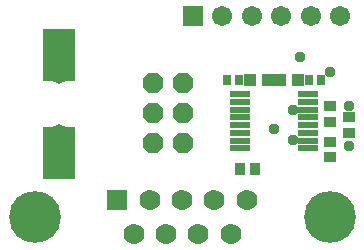
<source format=gbr>
G04 EAGLE Gerber RS-274X export*
G75*
%MOMM*%
%FSLAX34Y34*%
%LPD*%
%INSoldermask Top*%
%IPPOS*%
%AMOC8*
5,1,8,0,0,1.08239X$1,22.5*%
G01*
G04 Define Apertures*
%ADD10R,1.763200X1.763200*%
%ADD11C,1.763200*%
%ADD12C,4.389200*%
%ADD13R,1.103200X0.903200*%
%ADD14P,1.8695X8X292.5*%
%ADD15R,0.903200X1.103200*%
%ADD16R,2.703200X4.503200*%
%ADD17R,1.003200X1.003200*%
%ADD18R,0.803200X0.903200*%
%ADD19R,1.703200X0.603200*%
%ADD20C,1.653200*%
%ADD21C,1.711200*%
%ADD22R,1.711200X1.711200*%
%ADD23C,0.959600*%
D10*
X107156Y109538D03*
D11*
X134556Y109538D03*
X161956Y109538D03*
X189356Y109538D03*
X216756Y109538D03*
X120856Y81138D03*
X148256Y81138D03*
X175656Y81138D03*
X203056Y81138D03*
D12*
X286956Y95338D03*
X37056Y95338D03*
D13*
X287338Y145900D03*
X287338Y158900D03*
X287338Y176063D03*
X287338Y189063D03*
X303213Y166538D03*
X303213Y179538D03*
D14*
X137319Y208756D03*
X162719Y208756D03*
X137319Y183356D03*
X162719Y183356D03*
X137319Y157956D03*
X162719Y157956D03*
D15*
X210988Y135731D03*
X223988Y135731D03*
D16*
X57944Y232000D03*
X57944Y149000D03*
D17*
X244913Y211138D03*
X259913Y211138D03*
X234513Y211138D03*
X219513Y211138D03*
D18*
X269638Y211138D03*
X279638Y211138D03*
X209788Y211138D03*
X199788Y211138D03*
D19*
X268713Y198963D03*
X268713Y192463D03*
X268713Y185963D03*
X268713Y179463D03*
X268713Y172963D03*
X268713Y166463D03*
X268713Y159963D03*
X268713Y153463D03*
X210713Y198963D03*
X210713Y192463D03*
X210713Y185963D03*
X210713Y179463D03*
X210713Y172963D03*
X210713Y166463D03*
X210713Y159963D03*
X210713Y153463D03*
D20*
X57944Y215900D03*
X57944Y165100D03*
D21*
X220863Y265600D03*
X245863Y265600D03*
X195863Y265600D03*
D22*
X170863Y265600D03*
D21*
X270863Y265600D03*
X295863Y265600D03*
D23*
X239713Y169863D03*
X287338Y218281D03*
X255588Y160338D03*
X303213Y155575D03*
X255588Y185738D03*
X303213Y188913D03*
X261938Y230981D03*
M02*

</source>
